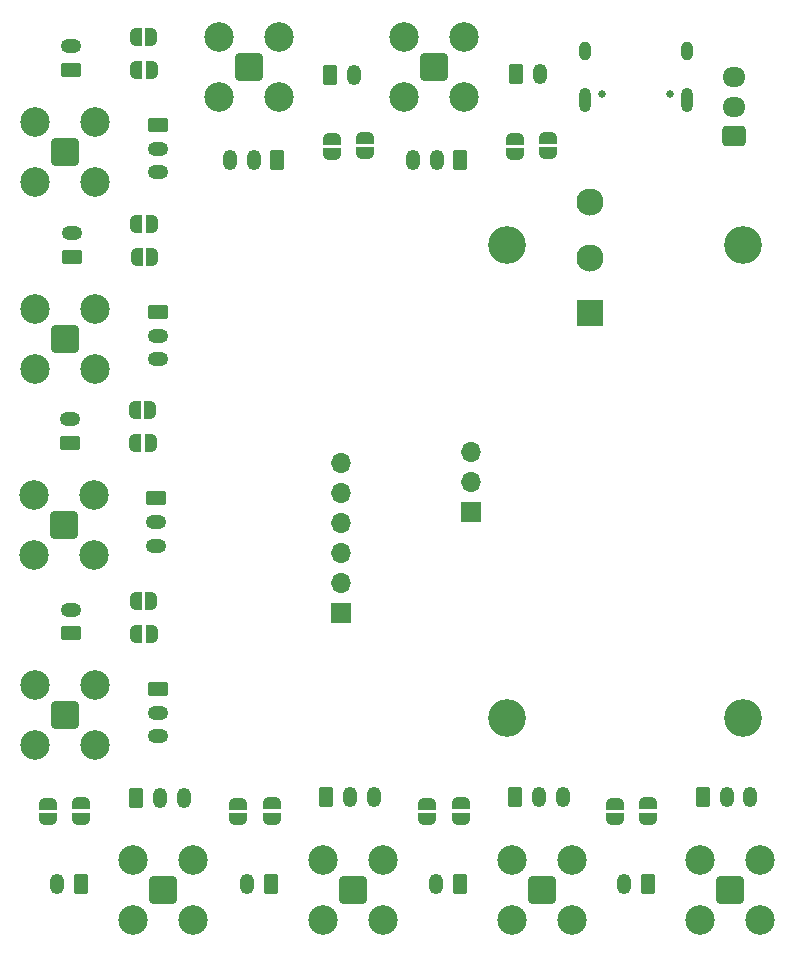
<source format=gbs>
G04 #@! TF.GenerationSoftware,KiCad,Pcbnew,7.0.5-7.0.5~ubuntu22.04.1*
G04 #@! TF.CreationDate,2023-06-19T14:44:42+01:00*
G04 #@! TF.ProjectId,logic_board,6c6f6769-635f-4626-9f61-72642e6b6963,rev?*
G04 #@! TF.SameCoordinates,Original*
G04 #@! TF.FileFunction,Soldermask,Bot*
G04 #@! TF.FilePolarity,Negative*
%FSLAX46Y46*%
G04 Gerber Fmt 4.6, Leading zero omitted, Abs format (unit mm)*
G04 Created by KiCad (PCBNEW 7.0.5-7.0.5~ubuntu22.04.1) date 2023-06-19 14:44:42*
%MOMM*%
%LPD*%
G01*
G04 APERTURE LIST*
G04 Aperture macros list*
%AMRoundRect*
0 Rectangle with rounded corners*
0 $1 Rounding radius*
0 $2 $3 $4 $5 $6 $7 $8 $9 X,Y pos of 4 corners*
0 Add a 4 corners polygon primitive as box body*
4,1,4,$2,$3,$4,$5,$6,$7,$8,$9,$2,$3,0*
0 Add four circle primitives for the rounded corners*
1,1,$1+$1,$2,$3*
1,1,$1+$1,$4,$5*
1,1,$1+$1,$6,$7*
1,1,$1+$1,$8,$9*
0 Add four rect primitives between the rounded corners*
20,1,$1+$1,$2,$3,$4,$5,0*
20,1,$1+$1,$4,$5,$6,$7,0*
20,1,$1+$1,$6,$7,$8,$9,0*
20,1,$1+$1,$8,$9,$2,$3,0*%
%AMFreePoly0*
4,1,19,0.500000,-0.750000,0.000000,-0.750000,0.000000,-0.744911,-0.071157,-0.744911,-0.207708,-0.704816,-0.327430,-0.627875,-0.420627,-0.520320,-0.479746,-0.390866,-0.500000,-0.250000,-0.500000,0.250000,-0.479746,0.390866,-0.420627,0.520320,-0.327430,0.627875,-0.207708,0.704816,-0.071157,0.744911,0.000000,0.744911,0.000000,0.750000,0.500000,0.750000,0.500000,-0.750000,0.500000,-0.750000,
$1*%
%AMFreePoly1*
4,1,19,0.000000,0.744911,0.071157,0.744911,0.207708,0.704816,0.327430,0.627875,0.420627,0.520320,0.479746,0.390866,0.500000,0.250000,0.500000,-0.250000,0.479746,-0.390866,0.420627,-0.520320,0.327430,-0.627875,0.207708,-0.704816,0.071157,-0.744911,0.000000,-0.744911,0.000000,-0.750000,-0.500000,-0.750000,-0.500000,0.750000,0.000000,0.750000,0.000000,0.744911,0.000000,0.744911,
$1*%
G04 Aperture macros list end*
%ADD10RoundRect,0.250000X0.350000X0.625000X-0.350000X0.625000X-0.350000X-0.625000X0.350000X-0.625000X0*%
%ADD11O,1.200000X1.750000*%
%ADD12RoundRect,0.250000X-0.625000X0.350000X-0.625000X-0.350000X0.625000X-0.350000X0.625000X0.350000X0*%
%ADD13O,1.750000X1.200000*%
%ADD14RoundRect,0.200100X0.949900X0.949900X-0.949900X0.949900X-0.949900X-0.949900X0.949900X-0.949900X0*%
%ADD15C,2.500000*%
%ADD16RoundRect,0.200100X-0.949900X-0.949900X0.949900X-0.949900X0.949900X0.949900X-0.949900X0.949900X0*%
%ADD17RoundRect,0.250000X0.725000X-0.600000X0.725000X0.600000X-0.725000X0.600000X-0.725000X-0.600000X0*%
%ADD18O,1.950000X1.700000*%
%ADD19RoundRect,0.250000X-0.350000X-0.625000X0.350000X-0.625000X0.350000X0.625000X-0.350000X0.625000X0*%
%ADD20C,3.200000*%
%ADD21RoundRect,0.200100X0.949900X-0.949900X0.949900X0.949900X-0.949900X0.949900X-0.949900X-0.949900X0*%
%ADD22R,1.700000X1.700000*%
%ADD23O,1.700000X1.700000*%
%ADD24RoundRect,0.250000X0.625000X-0.350000X0.625000X0.350000X-0.625000X0.350000X-0.625000X-0.350000X0*%
%ADD25C,0.650000*%
%ADD26O,1.000000X2.100000*%
%ADD27O,1.000000X1.600000*%
%ADD28R,2.300000X2.300000*%
%ADD29C,2.300000*%
%ADD30FreePoly0,270.000000*%
%ADD31FreePoly1,270.000000*%
%ADD32FreePoly0,0.000000*%
%ADD33FreePoly1,0.000000*%
%ADD34FreePoly0,90.000000*%
%ADD35FreePoly1,90.000000*%
%ADD36FreePoly0,180.000000*%
%ADD37FreePoly1,180.000000*%
G04 APERTURE END LIST*
D10*
G04 #@! TO.C,J30*
X94237148Y-128040000D03*
D11*
X92237148Y-128040000D03*
G04 #@! TD*
D12*
G04 #@! TO.C,J13*
X84547148Y-95410000D03*
D13*
X84547148Y-97410000D03*
X84547148Y-99410000D03*
G04 #@! TD*
D14*
G04 #@! TO.C,J15*
X85077148Y-128610000D03*
D15*
X87617148Y-131150000D03*
X87617148Y-126070000D03*
X82537148Y-131150000D03*
X82537148Y-126070000D03*
G04 #@! TD*
D16*
G04 #@! TO.C,J21*
X108037148Y-58890000D03*
D15*
X105497148Y-56350000D03*
X105497148Y-61430000D03*
X110577148Y-56350000D03*
X110577148Y-61430000D03*
G04 #@! TD*
D10*
G04 #@! TO.C,J27*
X110237148Y-128040000D03*
D11*
X108237148Y-128040000D03*
G04 #@! TD*
D10*
G04 #@! TO.C,J8*
X94777148Y-66760000D03*
D11*
X92777148Y-66760000D03*
X90777148Y-66760000D03*
G04 #@! TD*
D17*
G04 #@! TO.C,J3*
X133450000Y-64750000D03*
D18*
X133450000Y-62250000D03*
X133450000Y-59750000D03*
G04 #@! TD*
D19*
G04 #@! TO.C,J7*
X114937148Y-120740000D03*
D11*
X116937148Y-120740000D03*
X118937148Y-120740000D03*
G04 #@! TD*
D10*
G04 #@! TO.C,J25*
X78137148Y-128050000D03*
D11*
X76137148Y-128050000D03*
G04 #@! TD*
D19*
G04 #@! TO.C,J28*
X99237148Y-59550000D03*
D11*
X101237148Y-59550000D03*
G04 #@! TD*
D14*
G04 #@! TO.C,J20*
X101177148Y-128600000D03*
D15*
X103717148Y-131140000D03*
X103717148Y-126060000D03*
X98637148Y-131140000D03*
X98637148Y-126060000D03*
G04 #@! TD*
D14*
G04 #@! TO.C,J24*
X133077148Y-128600000D03*
D15*
X135617148Y-131140000D03*
X135617148Y-126060000D03*
X130537148Y-131140000D03*
X130537148Y-126060000D03*
G04 #@! TD*
D10*
G04 #@! TO.C,J34*
X126137148Y-128040000D03*
D11*
X124137148Y-128040000D03*
G04 #@! TD*
D12*
G04 #@! TO.C,J6*
X84647148Y-111550000D03*
D13*
X84647148Y-113550000D03*
X84647148Y-115550000D03*
G04 #@! TD*
D16*
G04 #@! TO.C,J18*
X92337148Y-58900000D03*
D15*
X89797148Y-56360000D03*
X89797148Y-61440000D03*
X94877148Y-56360000D03*
X94877148Y-61440000D03*
G04 #@! TD*
D20*
G04 #@! TO.C,H4*
X114199999Y-114000001D03*
G04 #@! TD*
D21*
G04 #@! TO.C,J16*
X76787148Y-113790000D03*
D15*
X74247148Y-116330000D03*
X79327148Y-116330000D03*
X74247148Y-111250000D03*
X79327148Y-111250000D03*
G04 #@! TD*
D22*
G04 #@! TO.C,J2*
X100137148Y-105150000D03*
D23*
X100137148Y-102610000D03*
X100137148Y-100070000D03*
X100137148Y-97530000D03*
X100137148Y-94990000D03*
X100137148Y-92450000D03*
G04 #@! TD*
D20*
G04 #@! TO.C,H1*
X134200000Y-74000000D03*
G04 #@! TD*
D12*
G04 #@! TO.C,J12*
X84697148Y-79650000D03*
D13*
X84697148Y-81650000D03*
X84697148Y-83650000D03*
G04 #@! TD*
D22*
G04 #@! TO.C,J1*
X111200000Y-96540000D03*
D23*
X111200000Y-94000000D03*
X111200000Y-91460000D03*
G04 #@! TD*
D19*
G04 #@! TO.C,J10*
X98937148Y-120740000D03*
D11*
X100937148Y-120740000D03*
X102937148Y-120740000D03*
G04 #@! TD*
D24*
G04 #@! TO.C,J26*
X77347147Y-106850000D03*
D13*
X77347147Y-104850000D03*
G04 #@! TD*
D10*
G04 #@! TO.C,J11*
X110277148Y-66750000D03*
D11*
X108277148Y-66750000D03*
X106277148Y-66750000D03*
G04 #@! TD*
D12*
G04 #@! TO.C,J9*
X84647148Y-63810000D03*
D13*
X84647148Y-65810000D03*
X84647148Y-67810000D03*
G04 #@! TD*
D19*
G04 #@! TO.C,J31*
X114977148Y-59449999D03*
D11*
X116977148Y-59449999D03*
G04 #@! TD*
D24*
G04 #@! TO.C,J32*
X77397147Y-74950000D03*
D13*
X77397147Y-72950000D03*
G04 #@! TD*
D24*
G04 #@! TO.C,J33*
X77247147Y-90710000D03*
D13*
X77247147Y-88710000D03*
G04 #@! TD*
D19*
G04 #@! TO.C,J14*
X130837148Y-120740000D03*
D11*
X132837148Y-120740000D03*
X134837148Y-120740000D03*
G04 #@! TD*
D21*
G04 #@! TO.C,J22*
X76837148Y-81890000D03*
D15*
X74297148Y-84430000D03*
X79377148Y-84430000D03*
X74297148Y-79350000D03*
X79377148Y-79350000D03*
G04 #@! TD*
D21*
G04 #@! TO.C,J23*
X76687148Y-97650000D03*
D15*
X74147148Y-100190000D03*
X79227148Y-100190000D03*
X74147148Y-95110000D03*
X79227148Y-95110000D03*
G04 #@! TD*
D20*
G04 #@! TO.C,H3*
X134200000Y-114000000D03*
G04 #@! TD*
D24*
G04 #@! TO.C,J29*
X77347147Y-59110000D03*
D13*
X77347147Y-57110000D03*
G04 #@! TD*
D25*
G04 #@! TO.C,J4*
X128027148Y-61150000D03*
X122247148Y-61150000D03*
D26*
X129457148Y-61680000D03*
D27*
X129457148Y-57500000D03*
D26*
X120817148Y-61680000D03*
D27*
X120817148Y-57500000D03*
G04 #@! TD*
D19*
G04 #@! TO.C,J5*
X82837148Y-120750000D03*
D11*
X84837148Y-120750000D03*
X86837148Y-120750000D03*
G04 #@! TD*
D21*
G04 #@! TO.C,J19*
X76787148Y-66050000D03*
D15*
X74247148Y-68590000D03*
X79327148Y-68590000D03*
X74247148Y-63510000D03*
X79327148Y-63510000D03*
G04 #@! TD*
D14*
G04 #@! TO.C,J17*
X117177148Y-128600000D03*
D15*
X119717148Y-131140000D03*
X119717148Y-126060000D03*
X114637148Y-131140000D03*
X114637148Y-126060000D03*
G04 #@! TD*
D28*
G04 #@! TO.C,SW1*
X121237148Y-79750000D03*
D29*
X121237148Y-75050000D03*
X121237148Y-70350000D03*
G04 #@! TD*
D20*
G04 #@! TO.C,H2*
X114200000Y-74000000D03*
G04 #@! TD*
D30*
G04 #@! TO.C,JP14*
X102227148Y-64909999D03*
D31*
X102227148Y-66209999D03*
G04 #@! TD*
D32*
G04 #@! TO.C,JP15*
X82797147Y-56360000D03*
D33*
X84097147Y-56360000D03*
G04 #@! TD*
D34*
G04 #@! TO.C,JP13*
X107487148Y-122590000D03*
D35*
X107487148Y-121290000D03*
G04 #@! TD*
D32*
G04 #@! TO.C,JP18*
X82847147Y-72200000D03*
D33*
X84147147Y-72200000D03*
G04 #@! TD*
D32*
G04 #@! TO.C,JP19*
X82697147Y-87960000D03*
D33*
X83997147Y-87960000D03*
G04 #@! TD*
D36*
G04 #@! TO.C,JP2*
X84147148Y-106900000D03*
D37*
X82847148Y-106900000D03*
G04 #@! TD*
D30*
G04 #@! TO.C,JP6*
X94287148Y-121240000D03*
D31*
X94287148Y-122540000D03*
G04 #@! TD*
D30*
G04 #@! TO.C,JP10*
X126187148Y-121240000D03*
D31*
X126187148Y-122540000D03*
G04 #@! TD*
D30*
G04 #@! TO.C,JP3*
X110287148Y-121240000D03*
D31*
X110287148Y-122540000D03*
G04 #@! TD*
D34*
G04 #@! TO.C,JP20*
X123387148Y-122590000D03*
D35*
X123387148Y-121290000D03*
G04 #@! TD*
D34*
G04 #@! TO.C,JP16*
X91487148Y-122590000D03*
D35*
X91487148Y-121290000D03*
G04 #@! TD*
D30*
G04 #@! TO.C,JP17*
X117727148Y-64899999D03*
D31*
X117727148Y-66199999D03*
G04 #@! TD*
D34*
G04 #@! TO.C,JP7*
X114927148Y-66249999D03*
D35*
X114927148Y-64949999D03*
G04 #@! TD*
D32*
G04 #@! TO.C,JP12*
X82797147Y-104100000D03*
D33*
X84097147Y-104100000D03*
G04 #@! TD*
D36*
G04 #@! TO.C,JP5*
X84147148Y-59160000D03*
D37*
X82847148Y-59160000D03*
G04 #@! TD*
D34*
G04 #@! TO.C,JP11*
X75387148Y-122600000D03*
D35*
X75387148Y-121300000D03*
G04 #@! TD*
D36*
G04 #@! TO.C,JP9*
X84047148Y-90760000D03*
D37*
X82747148Y-90760000D03*
G04 #@! TD*
D34*
G04 #@! TO.C,JP4*
X99427148Y-66259999D03*
D35*
X99427148Y-64959999D03*
G04 #@! TD*
D36*
G04 #@! TO.C,JP8*
X84197148Y-75000000D03*
D37*
X82897148Y-75000000D03*
G04 #@! TD*
D30*
G04 #@! TO.C,JP1*
X78187148Y-121250000D03*
D31*
X78187148Y-122550000D03*
G04 #@! TD*
M02*

</source>
